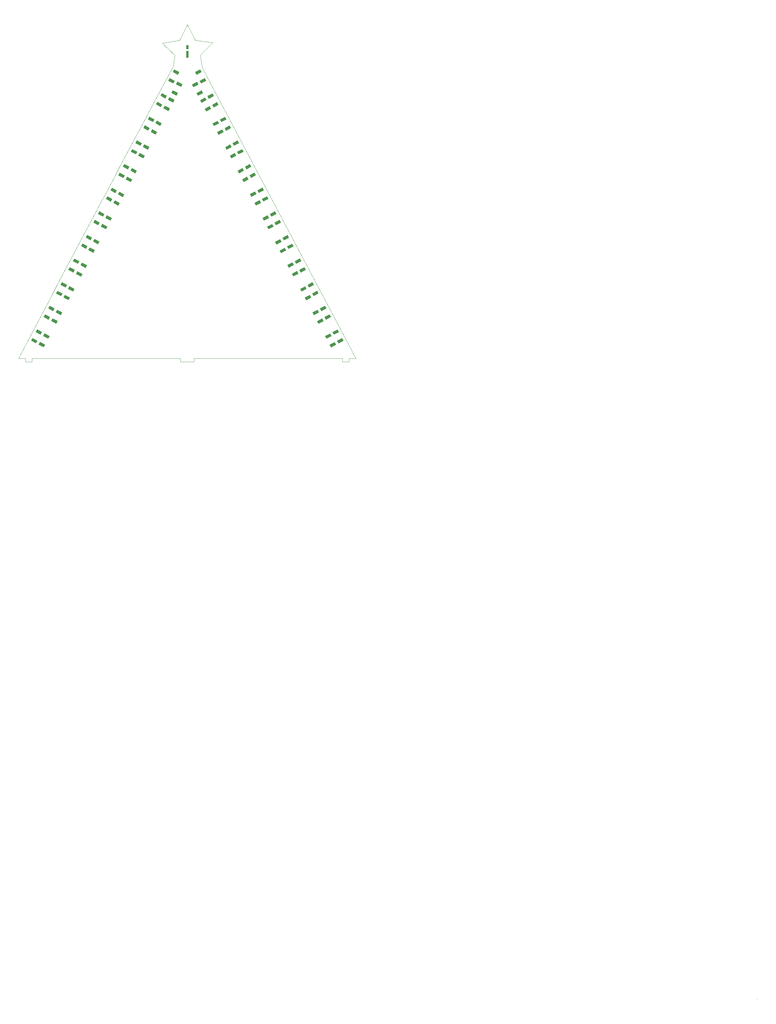
<source format=gbp>
%TF.GenerationSoftware,KiCad,Pcbnew,(5.1.6-0-10_14)*%
%TF.CreationDate,2020-10-09T22:40:52+02:00*%
%TF.ProjectId,nowae029,6e6f7761-6530-4323-992e-6b696361645f,0*%
%TF.SameCoordinates,Original*%
%TF.FileFunction,Paste,Bot*%
%TF.FilePolarity,Positive*%
%FSLAX46Y46*%
G04 Gerber Fmt 4.6, Leading zero omitted, Abs format (unit mm)*
G04 Created by KiCad (PCBNEW (5.1.6-0-10_14)) date 2020-10-09 22:40:52*
%MOMM*%
%LPD*%
G01*
G04 APERTURE LIST*
%TA.AperFunction,Profile*%
%ADD10C,0.050000*%
%TD*%
%TA.AperFunction,Profile*%
%ADD11C,0.200000*%
%TD*%
%ADD12C,0.100000*%
%ADD13R,0.800000X2.000000*%
%ADD14R,0.800000X1.200000*%
G04 APERTURE END LIST*
D10*
X95849877Y-42393418D02*
X96326817Y-39221785D01*
X107560690Y-35486081D02*
X103832837Y-39170169D01*
X102368975Y-34768100D02*
X107560690Y-35486081D01*
X96326817Y-39221785D02*
X92548651Y-35589313D01*
X92548651Y-35589313D02*
X97730000Y-34800000D01*
X95849877Y-42393418D02*
X94417635Y-45086053D01*
X94417635Y-45086053D02*
X92985389Y-47778769D01*
X92985389Y-47778769D02*
X91553138Y-50471647D01*
X91553138Y-50471647D02*
X90120876Y-53164768D01*
X90120876Y-53164768D02*
X88688601Y-55858214D01*
X88688601Y-55858214D02*
X87256309Y-58552065D01*
X87256309Y-58552065D02*
X85823997Y-61246402D01*
X85823997Y-61246402D02*
X84391662Y-63941307D01*
X84391662Y-63941307D02*
X82959301Y-66636860D01*
X82959301Y-66636860D02*
X81526909Y-69333143D01*
X81526909Y-69333143D02*
X80094484Y-72030236D01*
X80094484Y-72030236D02*
X78662023Y-74728221D01*
X78662023Y-74728221D02*
X77229522Y-77427179D01*
X77229522Y-77427179D02*
X75796977Y-80127190D01*
X75796977Y-80127190D02*
X74364387Y-82828336D01*
X74364387Y-82828336D02*
X72931746Y-85530699D01*
X72931746Y-85530699D02*
X71499052Y-88234358D01*
X71499052Y-88234358D02*
X70066301Y-90939395D01*
X70066301Y-90939395D02*
X68633491Y-93645891D01*
X68633491Y-93645891D02*
X67200617Y-96353928D01*
X67200617Y-96353928D02*
X65767678Y-99063585D01*
X65767678Y-99063585D02*
X64334668Y-101774945D01*
X64334668Y-101774945D02*
X62901585Y-104488088D01*
X62901585Y-104488088D02*
X61468426Y-107203095D01*
X61468426Y-107203095D02*
X60035186Y-109920048D01*
X60035186Y-109920048D02*
X58601864Y-112639028D01*
X58601864Y-112639028D02*
X57168456Y-115360115D01*
X57168456Y-115360115D02*
X55734957Y-118083390D01*
X55734957Y-118083390D02*
X54301366Y-120808935D01*
X54301366Y-120808935D02*
X52867678Y-123536831D01*
X52867678Y-123536831D02*
X51433890Y-126267159D01*
X51433890Y-126267159D02*
X50000000Y-129000000D01*
X103832837Y-39170169D02*
X104449243Y-42890699D01*
X100017169Y-30084255D02*
X102368975Y-34768100D01*
X104449243Y-42890699D02*
X150000000Y-129000000D01*
X97730000Y-34800000D02*
X100017169Y-30084255D01*
X148000000Y-129000000D02*
X150000000Y-129000000D01*
X148000000Y-130000000D02*
X148000000Y-129000000D01*
X146000000Y-130000000D02*
X148000000Y-130000000D01*
X146000000Y-129000000D02*
X146000000Y-130000000D01*
X102000000Y-129000000D02*
X146000000Y-129000000D01*
X102000000Y-130000000D02*
X102000000Y-129000000D01*
X98000000Y-130000000D02*
X102000000Y-130000000D01*
X98000000Y-129000000D02*
X98000000Y-130000000D01*
X54000000Y-129000000D02*
X98000000Y-129000000D01*
X54000000Y-130000000D02*
X54000000Y-129000000D01*
X52000000Y-130000000D02*
X54000000Y-130000000D01*
X52000000Y-129000000D02*
X52000000Y-130000000D01*
X50000000Y-129000000D02*
X52000000Y-129000000D01*
D11*
X268944859Y-318881889D02*
X268944859Y-318881889D01*
D12*
%TO.C,R616*%
G36*
X71120023Y-96163897D02*
G01*
X72621034Y-96961998D01*
X72198509Y-97756651D01*
X70697498Y-96958550D01*
X71120023Y-96163897D01*
G37*
G36*
X72481491Y-93603349D02*
G01*
X73982502Y-94401450D01*
X73559977Y-95196103D01*
X72058966Y-94398002D01*
X72481491Y-93603349D01*
G37*
%TD*%
%TO.C,R620*%
G36*
X63730023Y-110193897D02*
G01*
X65231034Y-110991998D01*
X64808509Y-111786651D01*
X63307498Y-110988550D01*
X63730023Y-110193897D01*
G37*
G36*
X65091491Y-107633349D02*
G01*
X66592502Y-108431450D01*
X66169977Y-109226103D01*
X64668966Y-108428002D01*
X65091491Y-107633349D01*
G37*
%TD*%
%TO.C,DL620*%
G36*
X62871491Y-106443349D02*
G01*
X64372502Y-107241450D01*
X63949977Y-108036103D01*
X62448966Y-107238002D01*
X62871491Y-106443349D01*
G37*
G36*
X61510023Y-109003897D02*
G01*
X63011034Y-109801998D01*
X62588509Y-110596651D01*
X61087498Y-109798550D01*
X61510023Y-109003897D01*
G37*
%TD*%
%TO.C,DL302*%
G36*
X102307498Y-44221450D02*
G01*
X103808509Y-43423349D01*
X104231034Y-44218002D01*
X102730023Y-45016103D01*
X102307498Y-44221450D01*
G37*
G36*
X103668966Y-46781998D02*
G01*
X105169977Y-45983897D01*
X105592502Y-46778550D01*
X104091491Y-47576651D01*
X103668966Y-46781998D01*
G37*
%TD*%
%TO.C,DL304*%
G36*
X106007498Y-51321450D02*
G01*
X107508509Y-50523349D01*
X107931034Y-51318002D01*
X106430023Y-52116103D01*
X106007498Y-51321450D01*
G37*
G36*
X107368966Y-53881998D02*
G01*
X108869977Y-53083897D01*
X109292502Y-53878550D01*
X107791491Y-54676651D01*
X107368966Y-53881998D01*
G37*
%TD*%
%TO.C,DL306*%
G36*
X109726764Y-58241176D02*
G01*
X111227775Y-57443075D01*
X111650300Y-58237728D01*
X110149289Y-59035829D01*
X109726764Y-58241176D01*
G37*
G36*
X111088232Y-60801724D02*
G01*
X112589243Y-60003623D01*
X113011768Y-60798276D01*
X111510757Y-61596377D01*
X111088232Y-60801724D01*
G37*
%TD*%
%TO.C,DL308*%
G36*
X113451761Y-65246450D02*
G01*
X114952772Y-64448349D01*
X115375297Y-65243002D01*
X113874286Y-66041103D01*
X113451761Y-65246450D01*
G37*
G36*
X114813229Y-67806998D02*
G01*
X116314240Y-67008897D01*
X116736765Y-67803550D01*
X115235754Y-68601651D01*
X114813229Y-67806998D01*
G37*
%TD*%
%TO.C,DL310*%
G36*
X117107498Y-72221450D02*
G01*
X118608509Y-71423349D01*
X119031034Y-72218002D01*
X117530023Y-73016103D01*
X117107498Y-72221450D01*
G37*
G36*
X118468966Y-74781998D02*
G01*
X119969977Y-73983897D01*
X120392502Y-74778550D01*
X118891491Y-75576651D01*
X118468966Y-74781998D01*
G37*
%TD*%
%TO.C,DL312*%
G36*
X120807498Y-79221450D02*
G01*
X122308509Y-78423349D01*
X122731034Y-79218002D01*
X121230023Y-80016103D01*
X120807498Y-79221450D01*
G37*
G36*
X122168966Y-81781998D02*
G01*
X123669977Y-80983897D01*
X124092502Y-81778550D01*
X122591491Y-82576651D01*
X122168966Y-81781998D01*
G37*
%TD*%
%TO.C,DL314*%
G36*
X124507498Y-86221450D02*
G01*
X126008509Y-85423349D01*
X126431034Y-86218002D01*
X124930023Y-87016103D01*
X124507498Y-86221450D01*
G37*
G36*
X125868966Y-88781998D02*
G01*
X127369977Y-87983897D01*
X127792502Y-88778550D01*
X126291491Y-89576651D01*
X125868966Y-88781998D01*
G37*
%TD*%
%TO.C,DL316*%
G36*
X128257498Y-93271450D02*
G01*
X129758509Y-92473349D01*
X130181034Y-93268002D01*
X128680023Y-94066103D01*
X128257498Y-93271450D01*
G37*
G36*
X129618966Y-95831998D02*
G01*
X131119977Y-95033897D01*
X131542502Y-95828550D01*
X130041491Y-96626651D01*
X129618966Y-95831998D01*
G37*
%TD*%
%TO.C,DL318*%
G36*
X131907498Y-100221450D02*
G01*
X133408509Y-99423349D01*
X133831034Y-100218002D01*
X132330023Y-101016103D01*
X131907498Y-100221450D01*
G37*
G36*
X133268966Y-102781998D02*
G01*
X134769977Y-101983897D01*
X135192502Y-102778550D01*
X133691491Y-103576651D01*
X133268966Y-102781998D01*
G37*
%TD*%
%TO.C,DL320*%
G36*
X135657498Y-107221450D02*
G01*
X137158509Y-106423349D01*
X137581034Y-107218002D01*
X136080023Y-108016103D01*
X135657498Y-107221450D01*
G37*
G36*
X137018966Y-109781998D02*
G01*
X138519977Y-108983897D01*
X138942502Y-109778550D01*
X137441491Y-110576651D01*
X137018966Y-109781998D01*
G37*
%TD*%
%TO.C,DL322*%
G36*
X139357498Y-114221450D02*
G01*
X140858509Y-113423349D01*
X141281034Y-114218002D01*
X139780023Y-115016103D01*
X139357498Y-114221450D01*
G37*
G36*
X140718966Y-116781998D02*
G01*
X142219977Y-115983897D01*
X142642502Y-116778550D01*
X141141491Y-117576651D01*
X140718966Y-116781998D01*
G37*
%TD*%
%TO.C,DL324*%
G36*
X143057498Y-121221450D02*
G01*
X144558509Y-120423349D01*
X144981034Y-121218002D01*
X143480023Y-122016103D01*
X143057498Y-121221450D01*
G37*
G36*
X144418966Y-123781998D02*
G01*
X145919977Y-122983897D01*
X146342502Y-123778550D01*
X144841491Y-124576651D01*
X144418966Y-123781998D01*
G37*
%TD*%
%TO.C,DL602*%
G36*
X96182225Y-43413075D02*
G01*
X97683236Y-44211176D01*
X97260711Y-45005829D01*
X95759700Y-44207728D01*
X96182225Y-43413075D01*
G37*
G36*
X94820757Y-45973623D02*
G01*
X96321768Y-46771724D01*
X95899243Y-47566377D01*
X94398232Y-46768276D01*
X94820757Y-45973623D01*
G37*
%TD*%
%TO.C,DL604*%
G36*
X92481491Y-50433349D02*
G01*
X93982502Y-51231450D01*
X93559977Y-52026103D01*
X92058966Y-51228002D01*
X92481491Y-50433349D01*
G37*
G36*
X91120023Y-52993897D02*
G01*
X92621034Y-53791998D01*
X92198509Y-54586651D01*
X90697498Y-53788550D01*
X91120023Y-52993897D01*
G37*
%TD*%
%TO.C,DL606*%
G36*
X88762225Y-57403075D02*
G01*
X90263236Y-58201176D01*
X89840711Y-58995829D01*
X88339700Y-58197728D01*
X88762225Y-57403075D01*
G37*
G36*
X87400757Y-59963623D02*
G01*
X88901768Y-60761724D01*
X88479243Y-61556377D01*
X86978232Y-60758276D01*
X87400757Y-59963623D01*
G37*
%TD*%
%TO.C,DL608*%
G36*
X85071491Y-64453349D02*
G01*
X86572502Y-65251450D01*
X86149977Y-66046103D01*
X84648966Y-65248002D01*
X85071491Y-64453349D01*
G37*
G36*
X83710023Y-67013897D02*
G01*
X85211034Y-67811998D01*
X84788509Y-68606651D01*
X83287498Y-67808550D01*
X83710023Y-67013897D01*
G37*
%TD*%
%TO.C,DL610*%
G36*
X81341491Y-71433349D02*
G01*
X82842502Y-72231450D01*
X82419977Y-73026103D01*
X80918966Y-72228002D01*
X81341491Y-71433349D01*
G37*
G36*
X79980023Y-73993897D02*
G01*
X81481034Y-74791998D01*
X81058509Y-75586651D01*
X79557498Y-74788550D01*
X79980023Y-73993897D01*
G37*
%TD*%
%TO.C,DL612*%
G36*
X77661491Y-78453349D02*
G01*
X79162502Y-79251450D01*
X78739977Y-80046103D01*
X77238966Y-79248002D01*
X77661491Y-78453349D01*
G37*
G36*
X76300023Y-81013897D02*
G01*
X77801034Y-81811998D01*
X77378509Y-82606651D01*
X75877498Y-81808550D01*
X76300023Y-81013897D01*
G37*
%TD*%
%TO.C,DL614*%
G36*
X73941491Y-85433349D02*
G01*
X75442502Y-86231450D01*
X75019977Y-87026103D01*
X73518966Y-86228002D01*
X73941491Y-85433349D01*
G37*
G36*
X72580023Y-87993897D02*
G01*
X74081034Y-88791998D01*
X73658509Y-89586651D01*
X72157498Y-88788550D01*
X72580023Y-87993897D01*
G37*
%TD*%
%TO.C,DL616*%
G36*
X70291491Y-92423349D02*
G01*
X71792502Y-93221450D01*
X71369977Y-94016103D01*
X69868966Y-93218002D01*
X70291491Y-92423349D01*
G37*
G36*
X68930023Y-94983897D02*
G01*
X70431034Y-95781998D01*
X70008509Y-96576651D01*
X68507498Y-95778550D01*
X68930023Y-94983897D01*
G37*
%TD*%
%TO.C,DL618*%
G36*
X66551491Y-99433349D02*
G01*
X68052502Y-100231450D01*
X67629977Y-101026103D01*
X66128966Y-100228002D01*
X66551491Y-99433349D01*
G37*
G36*
X65190023Y-101993897D02*
G01*
X66691034Y-102791998D01*
X66268509Y-103586651D01*
X64767498Y-102788550D01*
X65190023Y-101993897D01*
G37*
%TD*%
%TO.C,DL622*%
G36*
X59207228Y-113418349D02*
G01*
X60708239Y-114216450D01*
X60285714Y-115011103D01*
X58784703Y-114213002D01*
X59207228Y-113418349D01*
G37*
G36*
X57845760Y-115978897D02*
G01*
X59346771Y-116776998D01*
X58924246Y-117571651D01*
X57423235Y-116773550D01*
X57845760Y-115978897D01*
G37*
%TD*%
%TO.C,DL624*%
G36*
X55481491Y-120403349D02*
G01*
X56982502Y-121201450D01*
X56559977Y-121996103D01*
X55058966Y-121198002D01*
X55481491Y-120403349D01*
G37*
G36*
X54120023Y-122963897D02*
G01*
X55621034Y-123761998D01*
X55198509Y-124556651D01*
X53697498Y-123758550D01*
X54120023Y-122963897D01*
G37*
%TD*%
%TO.C,R302*%
G36*
X102768966Y-50431998D02*
G01*
X104269977Y-49633897D01*
X104692502Y-50428550D01*
X103191491Y-51226651D01*
X102768966Y-50431998D01*
G37*
G36*
X101407498Y-47871450D02*
G01*
X102908509Y-47073349D01*
X103331034Y-47868002D01*
X101830023Y-48666103D01*
X101407498Y-47871450D01*
G37*
%TD*%
%TO.C,R304*%
G36*
X105168966Y-55081998D02*
G01*
X106669977Y-54283897D01*
X107092502Y-55078550D01*
X105591491Y-55876651D01*
X105168966Y-55081998D01*
G37*
G36*
X103807498Y-52521450D02*
G01*
X105308509Y-51723349D01*
X105731034Y-52518002D01*
X104230023Y-53316103D01*
X103807498Y-52521450D01*
G37*
%TD*%
%TO.C,R306*%
G36*
X108868966Y-61981998D02*
G01*
X110369977Y-61183897D01*
X110792502Y-61978550D01*
X109291491Y-62776651D01*
X108868966Y-61981998D01*
G37*
G36*
X107507498Y-59421450D02*
G01*
X109008509Y-58623349D01*
X109431034Y-59418002D01*
X107930023Y-60216103D01*
X107507498Y-59421450D01*
G37*
%TD*%
%TO.C,R308*%
G36*
X112618966Y-68981998D02*
G01*
X114119977Y-68183897D01*
X114542502Y-68978550D01*
X113041491Y-69776651D01*
X112618966Y-68981998D01*
G37*
G36*
X111257498Y-66421450D02*
G01*
X112758509Y-65623349D01*
X113181034Y-66418002D01*
X111680023Y-67216103D01*
X111257498Y-66421450D01*
G37*
%TD*%
%TO.C,R310*%
G36*
X116268966Y-75981998D02*
G01*
X117769977Y-75183897D01*
X118192502Y-75978550D01*
X116691491Y-76776651D01*
X116268966Y-75981998D01*
G37*
G36*
X114907498Y-73421450D02*
G01*
X116408509Y-72623349D01*
X116831034Y-73418002D01*
X115330023Y-74216103D01*
X114907498Y-73421450D01*
G37*
%TD*%
%TO.C,R312*%
G36*
X119968966Y-82931998D02*
G01*
X121469977Y-82133897D01*
X121892502Y-82928550D01*
X120391491Y-83726651D01*
X119968966Y-82931998D01*
G37*
G36*
X118607498Y-80371450D02*
G01*
X120108509Y-79573349D01*
X120531034Y-80368002D01*
X119030023Y-81166103D01*
X118607498Y-80371450D01*
G37*
%TD*%
%TO.C,R314*%
G36*
X123668966Y-89981998D02*
G01*
X125169977Y-89183897D01*
X125592502Y-89978550D01*
X124091491Y-90776651D01*
X123668966Y-89981998D01*
G37*
G36*
X122307498Y-87421450D02*
G01*
X123808509Y-86623349D01*
X124231034Y-87418002D01*
X122730023Y-88216103D01*
X122307498Y-87421450D01*
G37*
%TD*%
%TO.C,R316*%
G36*
X127424703Y-97056998D02*
G01*
X128925714Y-96258897D01*
X129348239Y-97053550D01*
X127847228Y-97851651D01*
X127424703Y-97056998D01*
G37*
G36*
X126063235Y-94496450D02*
G01*
X127564246Y-93698349D01*
X127986771Y-94493002D01*
X126485760Y-95291103D01*
X126063235Y-94496450D01*
G37*
%TD*%
%TO.C,R318*%
G36*
X131068966Y-103931998D02*
G01*
X132569977Y-103133897D01*
X132992502Y-103928550D01*
X131491491Y-104726651D01*
X131068966Y-103931998D01*
G37*
G36*
X129707498Y-101371450D02*
G01*
X131208509Y-100573349D01*
X131631034Y-101368002D01*
X130130023Y-102166103D01*
X129707498Y-101371450D01*
G37*
%TD*%
%TO.C,R320*%
G36*
X134824703Y-111006998D02*
G01*
X136325714Y-110208897D01*
X136748239Y-111003550D01*
X135247228Y-111801651D01*
X134824703Y-111006998D01*
G37*
G36*
X133463235Y-108446450D02*
G01*
X134964246Y-107648349D01*
X135386771Y-108443002D01*
X133885760Y-109241103D01*
X133463235Y-108446450D01*
G37*
%TD*%
%TO.C,R322*%
G36*
X138518966Y-117981998D02*
G01*
X140019977Y-117183897D01*
X140442502Y-117978550D01*
X138941491Y-118776651D01*
X138518966Y-117981998D01*
G37*
G36*
X137157498Y-115421450D02*
G01*
X138658509Y-114623349D01*
X139081034Y-115418002D01*
X137580023Y-116216103D01*
X137157498Y-115421450D01*
G37*
%TD*%
%TO.C,R324*%
G36*
X142218966Y-124981998D02*
G01*
X143719977Y-124183897D01*
X144142502Y-124978550D01*
X142641491Y-125776651D01*
X142218966Y-124981998D01*
G37*
G36*
X140857498Y-122421450D02*
G01*
X142358509Y-121623349D01*
X142781034Y-122418002D01*
X141280023Y-123216103D01*
X140857498Y-122421450D01*
G37*
%TD*%
%TO.C,R602*%
G36*
X95750757Y-49573623D02*
G01*
X97251768Y-50371724D01*
X96829243Y-51166377D01*
X95328232Y-50368276D01*
X95750757Y-49573623D01*
G37*
G36*
X97112225Y-47013075D02*
G01*
X98613236Y-47811176D01*
X98190711Y-48605829D01*
X96689700Y-47807728D01*
X97112225Y-47013075D01*
G37*
%TD*%
%TO.C,R604*%
G36*
X93340023Y-54173897D02*
G01*
X94841034Y-54971998D01*
X94418509Y-55766651D01*
X92917498Y-54968550D01*
X93340023Y-54173897D01*
G37*
G36*
X94701491Y-51613349D02*
G01*
X96202502Y-52411450D01*
X95779977Y-53206103D01*
X94278966Y-52408002D01*
X94701491Y-51613349D01*
G37*
%TD*%
%TO.C,R606*%
G36*
X89590023Y-61133897D02*
G01*
X91091034Y-61931998D01*
X90668509Y-62726651D01*
X89167498Y-61928550D01*
X89590023Y-61133897D01*
G37*
G36*
X90951491Y-58573349D02*
G01*
X92452502Y-59371450D01*
X92029977Y-60166103D01*
X90528966Y-59368002D01*
X90951491Y-58573349D01*
G37*
%TD*%
%TO.C,R608*%
G36*
X85920023Y-68163897D02*
G01*
X87421034Y-68961998D01*
X86998509Y-69756651D01*
X85497498Y-68958550D01*
X85920023Y-68163897D01*
G37*
G36*
X87281491Y-65603349D02*
G01*
X88782502Y-66401450D01*
X88359977Y-67196103D01*
X86858966Y-66398002D01*
X87281491Y-65603349D01*
G37*
%TD*%
%TO.C,R610*%
G36*
X82210023Y-75193897D02*
G01*
X83711034Y-75991998D01*
X83288509Y-76786651D01*
X81787498Y-75988550D01*
X82210023Y-75193897D01*
G37*
G36*
X83571491Y-72633349D02*
G01*
X85072502Y-73431450D01*
X84649977Y-74226103D01*
X83148966Y-73428002D01*
X83571491Y-72633349D01*
G37*
%TD*%
%TO.C,R612*%
G36*
X78494286Y-82198897D02*
G01*
X79995297Y-82996998D01*
X79572772Y-83791651D01*
X78071761Y-82993550D01*
X78494286Y-82198897D01*
G37*
G36*
X79855754Y-79638349D02*
G01*
X81356765Y-80436450D01*
X80934240Y-81231103D01*
X79433229Y-80433002D01*
X79855754Y-79638349D01*
G37*
%TD*%
%TO.C,R614*%
G36*
X74790023Y-89173897D02*
G01*
X76291034Y-89971998D01*
X75868509Y-90766651D01*
X74367498Y-89968550D01*
X74790023Y-89173897D01*
G37*
G36*
X76151491Y-86613349D02*
G01*
X77652502Y-87411450D01*
X77229977Y-88206103D01*
X75728966Y-87408002D01*
X76151491Y-86613349D01*
G37*
%TD*%
%TO.C,R618*%
G36*
X67430023Y-103213897D02*
G01*
X68931034Y-104011998D01*
X68508509Y-104806651D01*
X67007498Y-104008550D01*
X67430023Y-103213897D01*
G37*
G36*
X68791491Y-100653349D02*
G01*
X70292502Y-101451450D01*
X69869977Y-102246103D01*
X68368966Y-101448002D01*
X68791491Y-100653349D01*
G37*
%TD*%
%TO.C,R622*%
G36*
X60100023Y-117163897D02*
G01*
X61601034Y-117961998D01*
X61178509Y-118756651D01*
X59677498Y-117958550D01*
X60100023Y-117163897D01*
G37*
G36*
X61461491Y-114603349D02*
G01*
X62962502Y-115401450D01*
X62539977Y-116196103D01*
X61038966Y-115398002D01*
X61461491Y-114603349D01*
G37*
%TD*%
%TO.C,R624*%
G36*
X56340023Y-124143897D02*
G01*
X57841034Y-124941998D01*
X57418509Y-125736651D01*
X55917498Y-124938550D01*
X56340023Y-124143897D01*
G37*
G36*
X57701491Y-121583349D02*
G01*
X59202502Y-122381450D01*
X58779977Y-123176103D01*
X57278966Y-122378002D01*
X57701491Y-121583349D01*
G37*
%TD*%
D13*
%TO.C,DL702*%
X100020000Y-38970000D03*
D14*
X100020000Y-36820000D03*
%TD*%
M02*

</source>
